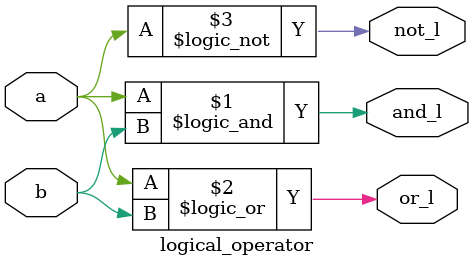
<source format=v>
module logical_operator(
input a,b,
output and_l, or_l, not_l
);
assign and_l = a && b;
assign or_l  = a || b;
assign not_l = !a;
endmodule



/* OUTPUT
meenakshi@meenakshi-Inspiron-3501:~/verilog/logical_operator$ vvp logical_operator.out
VCD info: dumpfile logical_operator.vcd opened for output.
                   0a=1 b=0 | AND=0 OR=1 NOT=0
logical_operator_tb.v:17: $finish called at 10 (1s)
*/

</source>
